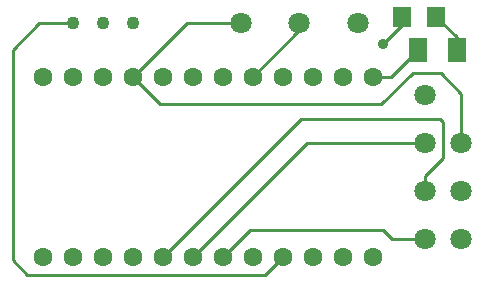
<source format=gtl>
G04 (created by PCBNEW (22-Jun-2014 BZR 4027)-stable) date Sat 18 Feb 2017 18:36:52 GMT*
%MOIN*%
G04 Gerber Fmt 3.4, Leading zero omitted, Abs format*
%FSLAX34Y34*%
G01*
G70*
G90*
G04 APERTURE LIST*
%ADD10C,0.00590551*%
%ADD11C,0.0629921*%
%ADD12C,0.0433071*%
%ADD13C,0.0708661*%
%ADD14R,0.06X0.08*%
%ADD15R,0.0629X0.0709*%
%ADD16C,0.035*%
%ADD17C,0.01*%
G04 APERTURE END LIST*
G54D10*
G54D11*
X90650Y-62100D03*
X89650Y-62100D03*
X90650Y-56100D03*
X88650Y-62100D03*
X87650Y-62100D03*
X86650Y-62100D03*
X85650Y-62100D03*
X84650Y-62100D03*
X83650Y-62100D03*
X82650Y-62100D03*
X81650Y-62100D03*
X80650Y-62100D03*
X79650Y-62100D03*
X89650Y-56100D03*
X88650Y-56100D03*
X87650Y-56100D03*
X86650Y-56100D03*
X85650Y-56100D03*
X84650Y-56100D03*
X83650Y-56100D03*
X82650Y-56100D03*
X81650Y-56100D03*
X80650Y-56100D03*
X79650Y-56100D03*
G54D12*
X81675Y-54325D03*
X80675Y-54325D03*
X82675Y-54325D03*
G54D13*
X90150Y-54300D03*
X88200Y-54300D03*
X86250Y-54300D03*
G54D14*
X93450Y-55200D03*
X92150Y-55200D03*
G54D15*
X92759Y-54100D03*
X91641Y-54100D03*
G54D13*
X92400Y-61500D03*
X92400Y-59900D03*
X92400Y-58300D03*
X92400Y-56700D03*
X93600Y-59900D03*
X93600Y-58300D03*
X93600Y-61500D03*
G54D16*
X91000Y-55000D03*
G54D17*
X92400Y-58300D02*
X88450Y-58300D01*
X88450Y-58300D02*
X84650Y-62100D01*
X93600Y-58300D02*
X93600Y-56700D01*
X93600Y-56660D02*
X92920Y-55980D01*
X92920Y-55980D02*
X91980Y-55980D01*
X91980Y-55980D02*
X90940Y-57020D01*
X90940Y-57020D02*
X83570Y-57020D01*
X83570Y-57020D02*
X82650Y-56100D01*
X93600Y-56700D02*
X93600Y-56660D01*
X86250Y-54300D02*
X84450Y-54300D01*
X84450Y-54300D02*
X82650Y-56100D01*
X91641Y-54100D02*
X91641Y-54359D01*
X91641Y-54359D02*
X91000Y-55000D01*
X88200Y-54300D02*
X88200Y-54550D01*
X88200Y-54550D02*
X86650Y-56100D01*
X80675Y-54325D02*
X79535Y-54325D01*
X87050Y-62700D02*
X87650Y-62100D01*
X79140Y-62700D02*
X87050Y-62700D01*
X78660Y-62220D02*
X79140Y-62700D01*
X78660Y-55200D02*
X78660Y-62220D01*
X79535Y-54325D02*
X78660Y-55200D01*
X92400Y-59900D02*
X92400Y-59400D01*
X88250Y-57500D02*
X83650Y-62100D01*
X92900Y-57500D02*
X88250Y-57500D01*
X93000Y-57600D02*
X92900Y-57500D01*
X93000Y-58800D02*
X93000Y-57600D01*
X92400Y-59400D02*
X93000Y-58800D01*
X92400Y-61500D02*
X91300Y-61500D01*
X86550Y-61200D02*
X85650Y-62100D01*
X91000Y-61200D02*
X86550Y-61200D01*
X91300Y-61500D02*
X91000Y-61200D01*
X93450Y-55200D02*
X93450Y-54791D01*
X93450Y-54791D02*
X92759Y-54100D01*
X90650Y-56100D02*
X91250Y-56100D01*
X91250Y-56100D02*
X92150Y-55200D01*
M02*

</source>
